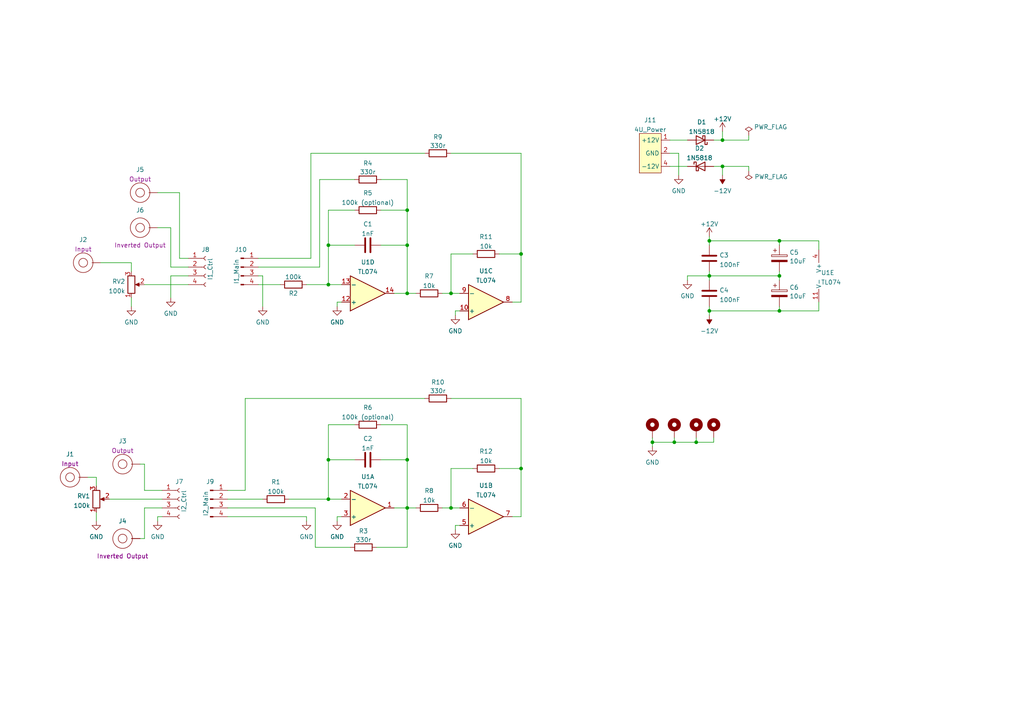
<source format=kicad_sch>
(kicad_sch (version 20211123) (generator eeschema)
  (paper "A4")
  (title_block (title "Simple Integrator") (date "2022-07-14") (rev "r02") (comment 2 "creativecommons.org/licenses/by/4.0/") (comment 3 "License: CC BY 4.0") (comment 4 "Author: Guy John"))
  (lib_symbols
    (symbol "4U_Hardware:4U_Power"
      (property "Reference" "J" (at 0 6.985 0))
      (property "Value" "4U_Power" (at 0 -6.985 0))
      (symbol "4U_Power_0_1"
        (rectangle (start -2.54 5.715) (end 3.81 -5.715) (stroke (width 0.1524)) (fill (type background)))
      )
      (symbol "4U_Power_1_1"
        (pin power_out line (at 6.35 3.81 180) (length 2.54) (name "+12V") (number "1"))
        (pin power_out line (at 6.35 0 180) (length 2.54) (name "GND") (number "2"))
        (pin passive line (at 6.35 0 180) (length 2.54) hide (name "GND") (number "3"))
        (pin power_out line (at 6.35 -3.81 180) (length 2.54) (name "-12V") (number "4"))
      )
    )
    (symbol "Amplifier_Operational:TL074" (pin_names (offset 0.127))
      (property "Reference" "U" (at 0 5.08 0))
      (property "Value" "TL074" (at 0 -5.08 0))
      (symbol "TL074_1_1"
        (polyline (pts (xy -5.08 5.08) (xy 5.08 0) (xy -5.08 -5.08) (xy -5.08 5.08)) (stroke (width 0.254)) (fill (type background)))
        (pin output line (at 7.62 0 180) (length 2.54) (name "~") (number "1"))
        (pin input line (at -7.62 -2.54 0) (length 2.54) (name "-") (number "2"))
        (pin input line (at -7.62 2.54 0) (length 2.54) (name "+") (number "3"))
      )
      (symbol "TL074_2_1"
        (polyline (pts (xy -5.08 5.08) (xy 5.08 0) (xy -5.08 -5.08) (xy -5.08 5.08)) (stroke (width 0.254)) (fill (type background)))
        (pin input line (at -7.62 2.54 0) (length 2.54) (name "+") (number "5"))
        (pin input line (at -7.62 -2.54 0) (length 2.54) (name "-") (number "6"))
        (pin output line (at 7.62 0 180) (length 2.54) (name "~") (number "7"))
      )
      (symbol "TL074_3_1"
        (polyline (pts (xy -5.08 5.08) (xy 5.08 0) (xy -5.08 -5.08) (xy -5.08 5.08)) (stroke (width 0.254)) (fill (type background)))
        (pin input line (at -7.62 2.54 0) (length 2.54) (name "+") (number "10"))
        (pin output line (at 7.62 0 180) (length 2.54) (name "~") (number "8"))
        (pin input line (at -7.62 -2.54 0) (length 2.54) (name "-") (number "9"))
      )
      (symbol "TL074_4_1"
        (polyline (pts (xy -5.08 5.08) (xy 5.08 0) (xy -5.08 -5.08) (xy -5.08 5.08)) (stroke (width 0.254)) (fill (type background)))
        (pin input line (at -7.62 2.54 0) (length 2.54) (name "+") (number "12"))
        (pin input line (at -7.62 -2.54 0) (length 2.54) (name "-") (number "13"))
        (pin output line (at 7.62 0 180) (length 2.54) (name "~") (number "14"))
      )
      (symbol "TL074_5_1"
        (pin power_in line (at -2.54 -7.62 90) (length 3.81) (name "V-") (number "11"))
        (pin power_in line (at -2.54 7.62 270) (length 3.81) (name "V+") (number "4"))
      )
    )
    (symbol "BananaJacks:Banana Socket PanelMount" (pin_numbers hide) (pin_names (offset 1.016) hide)
      (property "Reference" "J" (at 0 3.81 0))
      (symbol "Banana Socket PanelMount_0_1"
        (circle (center 0 0) (radius 1.27))
        (circle (center 0 0) (radius 2.8448))
      )
      (symbol "Banana Socket PanelMount_1_1"
        (pin bidirectional line (at 5.08 0 180) (length 2.54) (name "~") (number "1"))
      )
    )
    (symbol "Connector:Conn_01x04_Female" (pin_names (offset 1.016) hide)
      (property "Reference" "J" (at 0 5.08 0))
      (property "Value" "Conn_01x04_Female" (at 0 -7.62 0))
      (symbol "Conn_01x04_Female_1_1"
        (arc (start 0 -4.572) (mid -0.508 -5.08) (end 0 -5.588) (stroke (width 0.1524)))
        (arc (start 0 -2.032) (mid -0.508 -2.54) (end 0 -3.048) (stroke (width 0.1524)))
        (polyline (pts (xy -1.27 -5.08) (xy -0.508 -5.08)) (stroke (width 0.1524)))
        (polyline (pts (xy -1.27 -2.54) (xy -0.508 -2.54)) (stroke (width 0.1524)))
        (polyline (pts (xy -1.27 0) (xy -0.508 0)) (stroke (width 0.1524)))
        (polyline (pts (xy -1.27 2.54) (xy -0.508 2.54)) (stroke (width 0.1524)))
        (arc (start 0 0.508) (mid -0.508 0) (end 0 -0.508) (stroke (width 0.1524)))
        (arc (start 0 3.048) (mid -0.508 2.54) (end 0 2.032) (stroke (width 0.1524)))
        (pin passive line (at -5.08 2.54 0) (length 3.81) (name "Pin_1") (number "1"))
        (pin passive line (at -5.08 0 0) (length 3.81) (name "Pin_2") (number "2"))
        (pin passive line (at -5.08 -2.54 0) (length 3.81) (name "Pin_3") (number "3"))
        (pin passive line (at -5.08 -5.08 0) (length 3.81) (name "Pin_4") (number "4"))
      )
    )
    (symbol "Connector:Conn_01x04_Male" (pin_names (offset 1.016) hide)
      (property "Reference" "J" (at 0 5.08 0))
      (property "Value" "Conn_01x04_Male" (at 0 -7.62 0))
      (symbol "Conn_01x04_Male_1_1"
        (polyline (pts (xy 1.27 -5.08) (xy 0.8636 -5.08)) (stroke (width 0.1524)))
        (polyline (pts (xy 1.27 -2.54) (xy 0.8636 -2.54)) (stroke (width 0.1524)))
        (polyline (pts (xy 1.27 0) (xy 0.8636 0)) (stroke (width 0.1524)))
        (polyline (pts (xy 1.27 2.54) (xy 0.8636 2.54)) (stroke (width 0.1524)))
        (rectangle (start 0.8636 -4.953) (end 0 -5.207) (stroke (width 0.1524)) (fill (type outline)))
        (rectangle (start 0.8636 -2.413) (end 0 -2.667) (stroke (width 0.1524)) (fill (type outline)))
        (rectangle (start 0.8636 0.127) (end 0 -0.127) (stroke (width 0.1524)) (fill (type outline)))
        (rectangle (start 0.8636 2.667) (end 0 2.413) (stroke (width 0.1524)) (fill (type outline)))
        (pin passive line (at 5.08 2.54 180) (length 3.81) (name "Pin_1") (number "1"))
        (pin passive line (at 5.08 0 180) (length 3.81) (name "Pin_2") (number "2"))
        (pin passive line (at 5.08 -2.54 180) (length 3.81) (name "Pin_3") (number "3"))
        (pin passive line (at 5.08 -5.08 180) (length 3.81) (name "Pin_4") (number "4"))
      )
    )
    (symbol "Device:R_Potentiometer" (pin_names (offset 1.016) hide)
      (property "Reference" "RV" (at -4.445 0 90))
      (property "Value" "R_Potentiometer" (at -2.54 0 90))
      (symbol "R_Potentiometer_0_1"
        (polyline (pts (xy 2.54 0) (xy 1.524 0)))
        (polyline (pts (xy 1.143 0) (xy 2.286 0.508) (xy 2.286 -0.508) (xy 1.143 0)) (fill (type outline)))
        (rectangle (start 1.016 2.54) (end -1.016 -2.54) (stroke (width 0.254)))
      )
      (symbol "R_Potentiometer_1_1"
        (pin passive line (at 0 3.81 270) (length 1.27) (name "1") (number "1"))
        (pin passive line (at 3.81 0 180) (length 1.27) (name "2") (number "2"))
        (pin passive line (at 0 -3.81 90) (length 1.27) (name "3") (number "3"))
      )
    )
    (symbol "Diode:1N5818" (pin_numbers hide) (pin_names (offset 1.016) hide)
      (property "Reference" "D" (at 0 2.54 0))
      (property "Value" "1N5818" (at 0 -2.54 0))
      (symbol "1N5818_0_1"
        (polyline (pts (xy 1.27 0) (xy -1.27 0)))
        (polyline (pts (xy 1.27 1.27) (xy 1.27 -1.27) (xy -1.27 0) (xy 1.27 1.27)) (stroke (width 0.254)))
        (polyline (pts (xy -1.905 0.635) (xy -1.905 1.27) (xy -1.27 1.27) (xy -1.27 -1.27) (xy -0.635 -1.27) (xy -0.635 -0.635)) (stroke (width 0.254)))
      )
      (symbol "1N5818_1_1"
        (pin passive line (at -3.81 0 0) (length 2.54) (name "K") (number "1"))
        (pin passive line (at 3.81 0 180) (length 2.54) (name "A") (number "2"))
      )
    )
    (symbol "Mechanical:MountingHole_Pad" (pin_numbers hide) (pin_names (offset 1.016) hide)
      (property "Reference" "H" (at 0 6.35 0))
      (property "Value" "MountingHole_Pad" (at 0 4.445 0))
      (symbol "MountingHole_Pad_0_1"
        (circle (center 0 1.27) (radius 1.27) (stroke (width 1.27)))
      )
      (symbol "MountingHole_Pad_1_1"
        (pin input line (at 0 -2.54 90) (length 2.54) (name "1") (number "1"))
      )
    )
    (symbol "R_1" (pin_numbers hide) (pin_names (offset 0))
      (property "Reference" "R?" (at 0 0 90))
      (property "Value" "R_1" (at 0.635 1.905 90))
      (symbol "R_1_0_1"
        (rectangle (start 1.016 2.54) (end -1.016 -2.54) (stroke (width 0.254)))
      )
      (symbol "R_1_1_1"
        (pin passive line (at 0 -3.81 90) (length 1.27) (name "~") (number "1"))
        (pin passive line (at 0 3.81 270) (length 1.27) (name "~") (number "2"))
      )
    )
    (symbol "R_10" (pin_numbers hide) (pin_names (offset 0))
      (property "Reference" "R?" (at 0 0 90))
      (property "Value" "R_10" (at 0.635 1.905 90))
      (symbol "R_10_0_1"
        (rectangle (start 1.016 2.54) (end -1.016 -2.54) (stroke (width 0.254)))
      )
      (symbol "R_10_1_1"
        (pin passive line (at 0 -3.81 90) (length 1.27) (name "~") (number "1"))
        (pin passive line (at 0 3.81 270) (length 1.27) (name "~") (number "2"))
      )
    )
    (symbol "R_11" (pin_numbers hide) (pin_names (offset 0))
      (property "Reference" "R?" (at 0 0 90))
      (property "Value" "R_11" (at 0.635 1.905 90))
      (symbol "R_11_0_1"
        (rectangle (start 1.016 2.54) (end -1.016 -2.54) (stroke (width 0.254)))
      )
      (symbol "R_11_1_1"
        (pin passive line (at 0 -3.81 90) (length 1.27) (name "~") (number "1"))
        (pin passive line (at 0 3.81 270) (length 1.27) (name "~") (number "2"))
      )
    )
    (symbol "R_2" (pin_numbers hide) (pin_names (offset 0))
      (property "Reference" "R?" (at 0 0 90))
      (property "Value" "R_2" (at 0.635 1.905 90))
      (symbol "R_2_0_1"
        (rectangle (start 1.016 2.54) (end -1.016 -2.54) (stroke (width 0.254)))
      )
      (symbol "R_2_1_1"
        (pin passive line (at 0 -3.81 90) (length 1.27) (name "~") (number "1"))
        (pin passive line (at 0 3.81 270) (length 1.27) (name "~") (number "2"))
      )
    )
    (symbol "R_3" (pin_numbers hide) (pin_names (offset 0))
      (property "Reference" "R?" (at 0 0 90))
      (property "Value" "R_3" (at 0.635 1.905 90))
      (symbol "R_3_0_1"
        (rectangle (start 1.016 2.54) (end -1.016 -2.54) (stroke (width 0.254)))
      )
      (symbol "R_3_1_1"
        (pin passive line (at 0 -3.81 90) (length 1.27) (name "~") (number "1"))
        (pin passive line (at 0 3.81 270) (length 1.27) (name "~") (number "2"))
      )
    )
    (symbol "R_4" (pin_numbers hide) (pin_names (offset 0))
      (property "Reference" "R?" (at 0 0 90))
      (property "Value" "R_4" (at 0.635 1.905 90))
      (symbol "R_4_0_1"
        (rectangle (start 1.016 2.54) (end -1.016 -2.54) (stroke (width 0.254)))
      )
      (symbol "R_4_1_1"
        (pin passive line (at 0 -3.81 90) (length 1.27) (name "~") (number "1"))
        (pin passive line (at 0 3.81 270) (length 1.27) (name "~") (number "2"))
      )
    )
    (symbol "R_5" (pin_numbers hide) (pin_names (offset 0))
      (property "Reference" "R?" (at 0 0 90))
      (property "Value" "R_5" (at 0.635 1.905 90))
      (symbol "R_5_0_1"
        (rectangle (start 1.016 2.54) (end -1.016 -2.54) (stroke (width 0.254)))
      )
      (symbol "R_5_1_1"
        (pin passive line (at 0 -3.81 90) (length 1.27) (name "~") (number "1"))
        (pin passive line (at 0 3.81 270) (length 1.27) (name "~") (number "2"))
      )
    )
    (symbol "R_6" (pin_numbers hide) (pin_names (offset 0))
      (property "Reference" "R?" (at 0 0 90))
      (property "Value" "R_6" (at 0.635 1.905 90))
      (symbol "R_6_0_1"
        (rectangle (start 1.016 2.54) (end -1.016 -2.54) (stroke (width 0.254)))
      )
      (symbol "R_6_1_1"
        (pin passive line (at 0 -3.81 90) (length 1.27) (name "~") (number "1"))
        (pin passive line (at 0 3.81 270) (length 1.27) (name "~") (number "2"))
      )
    )
    (symbol "R_7" (pin_numbers hide) (pin_names (offset 0))
      (property "Reference" "R?" (at 0 0 90))
      (property "Value" "R_7" (at 0.635 1.905 90))
      (symbol "R_7_0_1"
        (rectangle (start 1.016 2.54) (end -1.016 -2.54) (stroke (width 0.254)))
      )
      (symbol "R_7_1_1"
        (pin passive line (at 0 -3.81 90) (length 1.27) (name "~") (number "1"))
        (pin passive line (at 0 3.81 270) (length 1.27) (name "~") (number "2"))
      )
    )
    (symbol "R_9" (pin_numbers hide) (pin_names (offset 0))
      (property "Reference" "R?" (at 0 0 90))
      (property "Value" "R_9" (at 0.635 1.905 90))
      (symbol "R_9_0_1"
        (rectangle (start 1.016 2.54) (end -1.016 -2.54) (stroke (width 0.254)))
      )
      (symbol "R_9_1_1"
        (pin passive line (at 0 -3.81 90) (length 1.27) (name "~") (number "1"))
        (pin passive line (at 0 3.81 270) (length 1.27) (name "~") (number "2"))
      )
    )
    (symbol "power:+12V" (power) (pin_names (offset 0))
      (property "Value" "+12V" (at 0 3.556 0))
      (symbol "+12V_0_1"
        (polyline (pts (xy -0.762 1.27) (xy 0 2.54)))
        (polyline (pts (xy 0 0) (xy 0 2.54)))
        (polyline (pts (xy 0 2.54) (xy 0.762 1.27)))
      )
      (symbol "+12V_1_1"
        (pin power_in line (at 0 0 90) (length 0) hide (name "+12V") (number "1"))
      )
    )
    (symbol "power:-12V" (power) (pin_names (offset 0))
      (property "Value" "-12V" (at 0 3.81 0))
      (symbol "-12V_0_0"
        (pin power_in line (at 0 0 90) (length 0) hide (name "-12V") (number "1"))
      )
      (symbol "-12V_0_1"
        (polyline (pts (xy 0 0) (xy 0 1.27) (xy 0.762 1.27) (xy 0 2.54) (xy -0.762 1.27) (xy 0 1.27)) (fill (type outline)))
      )
    )
    (symbol "power:GND" (power) (pin_names (offset 0))
      (property "Value" "GND" (at 0 -3.81 0))
      (symbol "GND_0_1"
        (polyline (pts (xy 0 0) (xy 0 -1.27) (xy 1.27 -1.27) (xy 0 -2.54) (xy -1.27 -1.27) (xy 0 -1.27)))
      )
      (symbol "GND_1_1"
        (pin power_in line (at 0 0 270) (length 0) hide (name "GND") (number "1"))
      )
    )
    (symbol "power:PWR_FLAG" (power) (pin_numbers hide) (pin_names (offset 0) hide)
      (property "Value" "PWR_FLAG" (at 0 3.81 0))
      (symbol "PWR_FLAG_0_0"
        (pin power_out line (at 0 0 90) (length 0) (name "pwr") (number "1"))
      )
      (symbol "PWR_FLAG_0_1"
        (polyline (pts (xy 0 0) (xy 0 1.27) (xy -1.016 1.905) (xy 0 2.54) (xy 1.016 1.905) (xy 0 1.27)))
      )
    )
    (symbol "rumblesan-standard-parts:C" (pin_numbers hide) (pin_names (offset 0.254))
      (property "Reference" "C12" (at -3.175 0 90))
      (property "Value" "C" (at 1.905 1.905 90))
      (symbol "C_0_1"
        (polyline (pts (xy -2.032 -0.762) (xy 2.032 -0.762)) (stroke (width 0.508)))
        (polyline (pts (xy -2.032 0.762) (xy 2.032 0.762)) (stroke (width 0.508)))
      )
      (symbol "C_1_1"
        (pin passive line (at 0 3.81 270) (length 2.794) (name "~") (number "1"))
        (pin passive line (at 0 -3.81 90) (length 2.794) (name "~") (number "2"))
      )
    )
    (symbol "rumblesan-standard-parts:C_Polarized" (pin_numbers hide) (pin_names (offset 0.254))
      (property "Reference" "C15" (at -0.889 6.1255 90))
      (property "Value" "C_Polarized" (at -0.889 3.3504 90))
      (symbol "C_Polarized_0_1"
        (rectangle (start -2.286 0.508) (end 2.286 1.016))
        (polyline (pts (xy -1.778 2.286) (xy -0.762 2.286)))
        (polyline (pts (xy -1.27 2.794) (xy -1.27 1.778)))
        (rectangle (start 2.286 -0.508) (end -2.286 -1.016) (fill (type outline)))
      )
      (symbol "C_Polarized_1_1"
        (pin passive line (at 0 3.81 270) (length 2.794) (name "~") (number "1"))
        (pin passive line (at 0 -3.81 90) (length 2.794) (name "~") (number "2"))
      )
    )
    (symbol "rumblesan-standard-parts:R" (pin_numbers hide) (pin_names (offset 0))
      (property "Reference" "R?" (at 0 0 90))
      (property "Value" "R" (at 0.635 1.905 90))
      (symbol "R_0_1"
        (rectangle (start 1.016 2.54) (end -1.016 -2.54) (stroke (width 0.254)))
      )
      (symbol "R_1_1"
        (pin passive line (at 0 -3.81 90) (length 1.27) (name "~") (number "1"))
        (pin passive line (at 0 3.81 270) (length 1.27) (name "~") (number "2"))
      )
    )
  )
  (junction (at 130.81 147.32))
  (junction (at 195.58 128.27))
  (junction (at 118.11 133.35))
  (junction (at 201.93 128.27))
  (junction (at 151.13 73.66))
  (junction (at 95.25 82.55))
  (junction (at 95.25 144.78))
  (junction (at 226.06 90.17))
  (junction (at 130.81 85.09))
  (junction (at 95.25 133.35))
  (junction (at 189.23 128.27))
  (junction (at 226.06 80.01))
  (junction (at 205.74 90.17))
  (junction (at 118.11 71.12))
  (junction (at 209.55 40.64))
  (junction (at 205.74 69.85))
  (junction (at 118.11 60.96))
  (junction (at 209.55 48.26))
  (junction (at 151.13 135.89))
  (junction (at 118.11 85.09))
  (junction (at 226.06 69.85))
  (junction (at 118.11 147.32))
  (junction (at 205.74 80.01))
  (junction (at 95.25 71.12))
  (wire (pts (xy 148.59 149.86) (xy 151.13 149.86)))
  (wire (pts (xy 88.9 149.86) (xy 88.9 151.13)))
  (wire (pts (xy 205.74 69.85) (xy 226.06 69.85)))
  (wire (pts (xy 207.01 127) (xy 207.01 128.27)))
  (wire (pts (xy 118.11 85.09) (xy 120.65 85.09)))
  (wire (pts (xy 151.13 135.89) (xy 144.78 135.89)))
  (wire (pts (xy 76.2 80.01) (xy 76.2 88.9)))
  (wire (pts (xy 66.04 144.78) (xy 76.2 144.78)))
  (wire (pts (xy 118.11 52.07) (xy 118.11 60.96)))
  (wire (pts (xy 118.11 60.96) (xy 118.11 71.12)))
  (wire (pts (xy 130.81 85.09) (xy 130.81 73.66)))
  (wire (pts (xy 45.72 149.86) (xy 45.72 151.13)))
  (wire (pts (xy 97.79 87.63) (xy 97.79 88.9)))
  (wire (pts (xy 226.06 69.85) (xy 237.49 69.85)))
  (wire (pts (xy 217.17 40.64) (xy 209.55 40.64)))
  (wire (pts (xy 130.81 135.89) (xy 137.16 135.89)))
  (wire (pts (xy 92.71 52.07) (xy 102.87 52.07)))
  (wire (pts (xy 29.21 76.2) (xy 38.1 76.2)))
  (wire (pts (xy 95.25 123.19) (xy 95.25 133.35)))
  (wire (pts (xy 97.79 149.86) (xy 97.79 151.13)))
  (wire (pts (xy 199.39 80.01) (xy 205.74 80.01)))
  (wire (pts (xy 199.39 81.28) (xy 199.39 80.01)))
  (wire (pts (xy 130.81 73.66) (xy 137.16 73.66)))
  (wire (pts (xy 90.17 44.45) (xy 90.17 74.93)))
  (wire (pts (xy 83.82 144.78) (xy 95.25 144.78)))
  (wire (pts (xy 52.07 55.88) (xy 45.72 55.88)))
  (wire (pts (xy 151.13 73.66) (xy 144.78 73.66)))
  (wire (pts (xy 114.3 147.32) (xy 118.11 147.32)))
  (wire (pts (xy 128.27 147.32) (xy 130.81 147.32)))
  (wire (pts (xy 118.11 147.32) (xy 118.11 133.35)))
  (wire (pts (xy 128.27 85.09) (xy 130.81 85.09)))
  (wire (pts (xy 27.94 138.43) (xy 27.94 140.97)))
  (wire (pts (xy 196.85 44.45) (xy 196.85 50.8)))
  (wire (pts (xy 151.13 44.45) (xy 151.13 73.66)))
  (wire (pts (xy 95.25 133.35) (xy 95.25 144.78)))
  (wire (pts (xy 95.25 60.96) (xy 95.25 71.12)))
  (wire (pts (xy 27.94 148.59) (xy 27.94 151.13)))
  (wire (pts (xy 205.74 90.17) (xy 226.06 90.17)))
  (wire (pts (xy 99.06 87.63) (xy 97.79 87.63)))
  (wire (pts (xy 54.61 74.93) (xy 52.07 74.93)))
  (wire (pts (xy 52.07 74.93) (xy 52.07 55.88)))
  (wire (pts (xy 130.81 44.45) (xy 151.13 44.45)))
  (wire (pts (xy 226.06 71.12) (xy 226.06 69.85)))
  (wire (pts (xy 45.72 66.04) (xy 49.53 66.04)))
  (wire (pts (xy 217.17 48.26) (xy 209.55 48.26)))
  (wire (pts (xy 205.74 78.74) (xy 205.74 80.01)))
  (wire (pts (xy 74.93 82.55) (xy 81.28 82.55)))
  (wire (pts (xy 71.12 115.57) (xy 123.19 115.57)))
  (wire (pts (xy 118.11 133.35) (xy 110.49 133.35)))
  (wire (pts (xy 226.06 80.01) (xy 226.06 81.28)))
  (wire (pts (xy 102.87 123.19) (xy 95.25 123.19)))
  (wire (pts (xy 31.75 144.78) (xy 46.99 144.78)))
  (wire (pts (xy 237.49 90.17) (xy 237.49 87.63)))
  (wire (pts (xy 209.55 48.26) (xy 209.55 50.8)))
  (wire (pts (xy 46.99 142.24) (xy 41.91 142.24)))
  (wire (pts (xy 92.71 77.47) (xy 92.71 52.07)))
  (wire (pts (xy 66.04 142.24) (xy 71.12 142.24)))
  (wire (pts (xy 205.74 91.44) (xy 205.74 90.17)))
  (wire (pts (xy 130.81 147.32) (xy 133.35 147.32)))
  (wire (pts (xy 66.04 149.86) (xy 88.9 149.86)))
  (wire (pts (xy 109.22 158.75) (xy 118.11 158.75)))
  (wire (pts (xy 49.53 66.04) (xy 49.53 77.47)))
  (wire (pts (xy 118.11 85.09) (xy 118.11 71.12)))
  (wire (pts (xy 205.74 69.85) (xy 205.74 71.12)))
  (wire (pts (xy 91.44 147.32) (xy 91.44 158.75)))
  (wire (pts (xy 49.53 77.47) (xy 54.61 77.47)))
  (wire (pts (xy 41.91 142.24) (xy 41.91 134.62)))
  (wire (pts (xy 66.04 147.32) (xy 91.44 147.32)))
  (wire (pts (xy 207.01 48.26) (xy 209.55 48.26)))
  (wire (pts (xy 209.55 40.64) (xy 209.55 38.1)))
  (wire (pts (xy 95.25 71.12) (xy 95.25 82.55)))
  (wire (pts (xy 207.01 40.64) (xy 209.55 40.64)))
  (wire (pts (xy 130.81 115.57) (xy 151.13 115.57)))
  (wire (pts (xy 123.19 44.45) (xy 90.17 44.45)))
  (wire (pts (xy 95.25 144.78) (xy 99.06 144.78)))
  (wire (pts (xy 226.06 90.17) (xy 226.06 88.9)))
  (wire (pts (xy 114.3 85.09) (xy 118.11 85.09)))
  (wire (pts (xy 189.23 127) (xy 189.23 128.27)))
  (wire (pts (xy 49.53 80.01) (xy 49.53 86.36)))
  (wire (pts (xy 151.13 87.63) (xy 151.13 73.66)))
  (wire (pts (xy 118.11 147.32) (xy 120.65 147.32)))
  (wire (pts (xy 194.31 40.64) (xy 199.39 40.64)))
  (wire (pts (xy 207.01 128.27) (xy 201.93 128.27)))
  (wire (pts (xy 133.35 152.4) (xy 132.08 152.4)))
  (wire (pts (xy 38.1 86.36) (xy 38.1 88.9)))
  (wire (pts (xy 41.91 156.21) (xy 40.64 156.21)))
  (wire (pts (xy 237.49 69.85) (xy 237.49 72.39)))
  (wire (pts (xy 46.99 147.32) (xy 41.91 147.32)))
  (wire (pts (xy 130.81 85.09) (xy 133.35 85.09)))
  (wire (pts (xy 118.11 158.75) (xy 118.11 147.32)))
  (wire (pts (xy 217.17 49.53) (xy 217.17 48.26)))
  (wire (pts (xy 148.59 87.63) (xy 151.13 87.63)))
  (wire (pts (xy 194.31 44.45) (xy 196.85 44.45)))
  (wire (pts (xy 118.11 123.19) (xy 118.11 133.35)))
  (wire (pts (xy 189.23 128.27) (xy 189.23 129.54)))
  (wire (pts (xy 151.13 115.57) (xy 151.13 135.89)))
  (wire (pts (xy 132.08 152.4) (xy 132.08 153.67)))
  (wire (pts (xy 130.81 147.32) (xy 130.81 135.89)))
  (wire (pts (xy 25.4 138.43) (xy 27.94 138.43)))
  (wire (pts (xy 195.58 128.27) (xy 189.23 128.27)))
  (wire (pts (xy 195.58 127) (xy 195.58 128.27)))
  (wire (pts (xy 132.08 90.17) (xy 132.08 91.44)))
  (wire (pts (xy 194.31 48.26) (xy 199.39 48.26)))
  (wire (pts (xy 110.49 52.07) (xy 118.11 52.07)))
  (wire (pts (xy 205.74 68.58) (xy 205.74 69.85)))
  (wire (pts (xy 38.1 76.2) (xy 38.1 78.74)))
  (wire (pts (xy 74.93 74.93) (xy 90.17 74.93)))
  (wire (pts (xy 74.93 80.01) (xy 76.2 80.01)))
  (wire (pts (xy 110.49 123.19) (xy 118.11 123.19)))
  (wire (pts (xy 226.06 78.74) (xy 226.06 80.01)))
  (wire (pts (xy 110.49 60.96) (xy 118.11 60.96)))
  (wire (pts (xy 226.06 90.17) (xy 237.49 90.17)))
  (wire (pts (xy 205.74 80.01) (xy 205.74 81.28)))
  (wire (pts (xy 95.25 82.55) (xy 99.06 82.55)))
  (wire (pts (xy 74.93 77.47) (xy 92.71 77.47)))
  (wire (pts (xy 205.74 90.17) (xy 205.74 88.9)))
  (wire (pts (xy 41.91 134.62) (xy 40.64 134.62)))
  (wire (pts (xy 91.44 158.75) (xy 101.6 158.75)))
  (wire (pts (xy 46.99 149.86) (xy 45.72 149.86)))
  (wire (pts (xy 217.17 39.37) (xy 217.17 40.64)))
  (wire (pts (xy 118.11 71.12) (xy 110.49 71.12)))
  (wire (pts (xy 133.35 90.17) (xy 132.08 90.17)))
  (wire (pts (xy 201.93 127) (xy 201.93 128.27)))
  (wire (pts (xy 41.91 147.32) (xy 41.91 156.21)))
  (wire (pts (xy 71.12 142.24) (xy 71.12 115.57)))
  (wire (pts (xy 205.74 80.01) (xy 226.06 80.01)))
  (wire (pts (xy 95.25 71.12) (xy 102.87 71.12)))
  (wire (pts (xy 88.9 82.55) (xy 95.25 82.55)))
  (wire (pts (xy 54.61 80.01) (xy 49.53 80.01)))
  (wire (pts (xy 41.91 82.55) (xy 54.61 82.55)))
  (wire (pts (xy 99.06 149.86) (xy 97.79 149.86)))
  (wire (pts (xy 151.13 149.86) (xy 151.13 135.89)))
  (wire (pts (xy 95.25 133.35) (xy 102.87 133.35)))
  (wire (pts (xy 102.87 60.96) (xy 95.25 60.96)))
  (wire (pts (xy 201.93 128.27) (xy 195.58 128.27)))
  (symbol (lib_id "power:PWR_FLAG") (at 217.17 49.53 180) (unit 1)
    (property "Reference" "#FLG02" (effects hide))
    (property "Value" "PWR_FLAG" (at 218.821 51.279 0) (effects (justify right)))
  )
  (symbol (lib_id "4U_Hardware:4U_Power") (at 187.96 44.45 0) (unit 1)
    (property "Reference" "J11" (at 188.595 34.8193 0))
    (property "Value" "4U_Power" (at 188.595 37.5944 0))
    (property "Footprint" "4u-power:4u_Power_Molex_KK-254_P2.54mm" (effects hide))
  )
  (symbol (lib_id "power:GND") (at 45.72 151.13 0) (unit 1)
    (property "Reference" "#PWR03" (effects hide))
    (property "Value" "GND" (at 45.72 155.6925 0))
  )
  (symbol (lib_id "power:+12V") (at 209.55 38.1 0) (unit 1)
    (property "Reference" "#PWR016" (effects hide))
    (property "Value" "+12V" (at 209.55 34.4955 0))
  )
  (symbol (lib_id "Connector:Conn_01x04_Female") (at 59.69 77.47 0) (unit 1)
    (property "Reference" "J8" (at 58.42 72.39 0) (effects (justify left)))
    (property "Value" "I1_Ctrl" (at 60.96 81.28 90) (effects (justify left)))
    (property "Footprint" "Connector_PinSocket_2.54mm:PinSocket_1x04_P2.54mm_Vertical" (effects hide))
  )
  (symbol (lib_id "power:GND") (at 27.94 151.13 0) (unit 1)
    (property "Reference" "#PWR01" (effects hide))
    (property "Value" "GND" (at 27.94 155.6925 0))
  )
  (symbol (lib_id "Amplifier_Operational:TL074") (at 140.97 87.63 0) (mirror x) (unit 3)
    (property "Reference" "U1" (at 140.97 78.5835 0))
    (property "Value" "TL074" (at 140.97 81.3586 0))
    (property "Footprint" "rumblesan-standard-parts:DIP-14_W7.62mm_Socket" (effects hide))
    (property "Datasheet" "http://www.ti.com/lit/ds/symlink/tl071.pdf" (effects hide))
  )
  (symbol (lib_id "power:GND") (at 189.23 129.54 0) (unit 1)
    (property "Reference" "#PWR011" (effects hide))
    (property "Value" "GND" (at 189.23 134.1025 0))
  )
  (symbol (lib_id "BananaJacks:Banana Socket PanelMount") (at 40.64 66.04 0) (unit 1)
    (property "Reference" "J6" (at 40.64 60.96 0))
    (property "Value" "BananaJack_PanelMount" (effects hide))
    (property "Footprint" "rumblesan-standard-parts:BananaJack_THT_JohnsonCinch_108-09" (effects hide))
    (property "Vendor" "Mouser" (effects hide))
    (property "SKU" "108-0901-1" (effects hide))
    (property "Note" "Inverted Output" (at 40.64 71.12 0))
  )
  (symbol (lib_id "Diode:1N5818") (at 203.2 48.26 0) (unit 1)
    (property "Reference" "D2" (at 202.8825 43.0235 0))
    (property "Value" "1N5818" (at 202.8825 45.7986 0))
    (property "Footprint" "rumblesan-standard-parts:D_DO-41_SOD81_P10.16mm_Horizontal" (effects hide))
    (property "Datasheet" "http://www.vishay.com/docs/88525/1n5817.pdf" (effects hide))
  )
  (symbol (lib_name "R_11") (lib_id "rumblesan-standard-parts:R") (at 127 44.45 90) (unit 1)
    (property "Reference" "R9" (at 127 39.7342 90))
    (property "Value" "330r" (at 127 42.2711 90))
    (property "Footprint" "rumblesan-standard-parts:R_Axial_DIN0207_L6.3mm_D2.5mm_P10.16mm_Horizontal" (effects hide))
    (property "Tolerance" "1%" (effects hide))
    (property "Power" "0.5W" (effects hide))
    (property "Spec" "metal film" (effects hide))
  )
  (symbol (lib_id "BananaJacks:Banana Socket PanelMount") (at 35.56 156.21 0) (unit 1)
    (property "Reference" "J4" (at 35.56 151.13 0))
    (property "Value" "BananaJack_PanelMount" (effects hide))
    (property "Footprint" "rumblesan-standard-parts:BananaJack_THT_JohnsonCinch_108-09" (effects hide))
    (property "Vendor" "Mouser" (effects hide))
    (property "SKU" "108-0901-1" (effects hide))
    (property "Note" "Inverted Output" (at 35.56 161.29 0))
  )
  (symbol (lib_id "BananaJacks:Banana Socket PanelMount") (at 40.64 55.88 0) (unit 1)
    (property "Reference" "J5" (at 40.64 49.1957 0))
    (property "Value" "BananaJack_PanelMount" (effects hide))
    (property "Footprint" "rumblesan-standard-parts:BananaJack_THT_JohnsonCinch_108-09" (effects hide))
    (property "Vendor" "Mouser" (effects hide))
    (property "SKU" "108-0901-1" (effects hide))
    (property "Note" "Output" (at 40.64 51.9708 0))
  )
  (symbol (lib_name "R_3") (lib_id "rumblesan-standard-parts:R") (at 124.46 147.32 90) (unit 1)
    (property "Reference" "R8" (at 124.46 142.3375 90))
    (property "Value" "10k" (at 124.46 145.1126 90))
    (property "Footprint" "rumblesan-standard-parts:R_Axial_DIN0207_L6.3mm_D2.5mm_P10.16mm_Horizontal" (effects hide))
    (property "Tolerance" "1%" (effects hide))
    (property "Power" "0.5W" (effects hide))
    (property "Spec" "metal film" (effects hide))
  )
  (symbol (lib_id "BananaJacks:Banana Socket PanelMount") (at 20.32 138.43 0) (unit 1)
    (property "Reference" "J1" (at 20.32 131.7457 0))
    (property "Value" "BananaJack_PanelMount" (effects hide))
    (property "Footprint" "rumblesan-standard-parts:BananaJack_THT_JohnsonCinch_108-09" (effects hide))
    (property "Vendor" "Mouser" (effects hide))
    (property "SKU" "108-0901-1" (effects hide))
    (property "Note" "Input" (at 20.32 134.5208 0))
  )
  (symbol (lib_name "R_10") (lib_id "rumblesan-standard-parts:R") (at 106.68 52.07 90) (unit 1)
    (property "Reference" "R4" (at 106.68 47.3542 90))
    (property "Value" "330r" (at 106.68 49.8911 90))
    (property "Footprint" "rumblesan-standard-parts:R_Axial_DIN0207_L6.3mm_D2.5mm_P10.16mm_Horizontal" (effects hide))
    (property "Tolerance" "1%" (effects hide))
    (property "Power" "0.5W" (effects hide))
    (property "Spec" "metal film" (effects hide))
  )
  (symbol (lib_name "R_6") (lib_id "rumblesan-standard-parts:R") (at 106.68 60.96 90) (unit 1)
    (property "Reference" "R5" (at 106.68 55.9775 90))
    (property "Value" "100k (optional)" (at 106.68 58.7526 90))
    (property "Footprint" "rumblesan-standard-parts:R_Axial_DIN0207_L6.3mm_D2.5mm_P10.16mm_Horizontal" (effects hide))
    (property "Tolerance" "1%" (effects hide))
    (property "Power" "0.5W" (effects hide))
    (property "Spec" "metal film" (effects hide))
  )
  (symbol (lib_id "Connector:Conn_01x04_Male") (at 60.96 144.78 0) (unit 1)
    (property "Reference" "J9" (at 60.96 139.7 0))
    (property "Value" "I2_Main" (at 59.69 146.05 90))
    (property "Footprint" "Connector_PinHeader_2.54mm:PinHeader_1x04_P2.54mm_Vertical" (effects hide))
  )
  (symbol (lib_id "power:GND") (at 199.39 81.28 0) (unit 1)
    (property "Reference" "#PWR013" (effects hide))
    (property "Value" "GND" (at 199.39 85.8425 0))
  )
  (symbol (lib_id "power:GND") (at 49.53 86.36 0) (unit 1)
    (property "Reference" "#PWR04" (effects hide))
    (property "Value" "GND" (at 49.53 90.9225 0))
  )
  (symbol (lib_id "power:GND") (at 196.85 50.8 0) (unit 1)
    (property "Reference" "#PWR012" (effects hide))
    (property "Value" "GND" (at 196.85 55.3625 0))
  )
  (symbol (lib_id "rumblesan-standard-parts:C") (at 205.74 85.09 0) (unit 1)
    (property "Reference" "C4" (at 208.661 84.1815 0) (effects (justify left)))
    (property "Value" "100nF" (at 208.661 86.9566 0) (effects (justify left)))
    (property "Footprint" "rumblesan-standard-parts:C_Rect_L7.0mm_W3.5mm_P5.00mm" (effects hide))
    (property "Spec" "ceramic X7R" (effects hide))
    (property "Tolerance" "5%" (effects hide))
  )
  (symbol (lib_id "Diode:1N5818") (at 203.2 40.64 180) (unit 1)
    (property "Reference" "D1" (at 203.5175 35.4035 0))
    (property "Value" "1N5818" (at 203.5175 38.1786 0))
    (property "Footprint" "rumblesan-standard-parts:D_DO-41_SOD81_P10.16mm_Horizontal" (effects hide))
    (property "Datasheet" "http://www.vishay.com/docs/88525/1n5817.pdf" (effects hide))
  )
  (symbol (lib_id "rumblesan-standard-parts:R") (at 127 115.57 90) (unit 1)
    (property "Reference" "R10" (at 127 110.8542 90))
    (property "Value" "330r" (at 127 113.3911 90))
    (property "Footprint" "rumblesan-standard-parts:R_Axial_DIN0207_L6.3mm_D2.5mm_P10.16mm_Horizontal" (effects hide))
    (property "Tolerance" "1%" (effects hide))
    (property "Power" "0.5W" (effects hide))
    (property "Spec" "metal film" (effects hide))
  )
  (symbol (lib_id "Device:R_Potentiometer") (at 27.94 144.78 0) (mirror x) (unit 1)
    (property "Reference" "RV1" (at 26.1621 143.8715 0) (effects (justify right)))
    (property "Value" "100k" (at 26.1621 146.6466 0) (effects (justify right)))
    (property "Footprint" "rumblesan-standard-parts:Potentiometer_Alpha_RD901F-40-00D_Single_Vertical" (effects hide))
  )
  (symbol (lib_id "power:-12V") (at 205.74 91.44 180) (unit 1)
    (property "Reference" "#PWR015" (effects hide))
    (property "Value" "-12V" (at 205.74 96.0025 0))
  )
  (symbol (lib_id "power:GND") (at 38.1 88.9 0) (unit 1)
    (property "Reference" "#PWR02" (effects hide))
    (property "Value" "GND" (at 38.1 93.4625 0))
  )
  (symbol (lib_name "R_2") (lib_id "rumblesan-standard-parts:R") (at 106.68 123.19 90) (unit 1)
    (property "Reference" "R6" (at 106.68 118.2075 90))
    (property "Value" "100k (optional)" (at 106.68 120.9826 90))
    (property "Footprint" "rumblesan-standard-parts:R_Axial_DIN0207_L6.3mm_D2.5mm_P10.16mm_Horizontal" (effects hide))
    (property "Tolerance" "1%" (effects hide))
    (property "Power" "0.5W" (effects hide))
    (property "Spec" "metal film" (effects hide))
  )
  (symbol (lib_id "power:GND") (at 88.9 151.13 0) (unit 1)
    (property "Reference" "#PWR06" (effects hide))
    (property "Value" "GND" (at 88.9 155.6925 0))
  )
  (symbol (lib_id "power:GND") (at 132.08 91.44 0) (unit 1)
    (property "Reference" "#PWR09" (effects hide))
    (property "Value" "GND" (at 132.08 96.0025 0))
  )
  (symbol (lib_id "Connector:Conn_01x04_Female") (at 52.07 144.78 0) (unit 1)
    (property "Reference" "J7" (at 50.8 139.7 0) (effects (justify left)))
    (property "Value" "I2_Ctrl" (at 53.34 148.59 90) (effects (justify left)))
    (property "Footprint" "Connector_PinSocket_2.54mm:PinSocket_1x04_P2.54mm_Vertical" (effects hide))
  )
  (symbol (lib_name "R_7") (lib_id "rumblesan-standard-parts:R") (at 140.97 73.66 90) (unit 1)
    (property "Reference" "R11" (at 140.97 68.6775 90))
    (property "Value" "10k" (at 140.97 71.4526 90))
    (property "Footprint" "rumblesan-standard-parts:R_Axial_DIN0207_L6.3mm_D2.5mm_P10.16mm_Horizontal" (effects hide))
    (property "Tolerance" "1%" (effects hide))
    (property "Power" "0.5W" (effects hide))
    (property "Spec" "metal film" (effects hide))
  )
  (symbol (lib_id "Mechanical:MountingHole_Pad") (at 201.93 124.46 0) (unit 1) (in_bom no)
    (property "Reference" "H3" (effects hide))
    (property "Value" "MountingHole_Pad" (effects hide))
    (property "Footprint" "MountingHole:MountingHole_3.2mm_M3_Pad" (effects hide))
  )
  (symbol (lib_name "R_1") (lib_id "rumblesan-standard-parts:R") (at 80.01 144.78 90) (unit 1)
    (property "Reference" "R1" (at 80.01 139.7975 90))
    (property "Value" "100k" (at 80.01 142.5726 90))
    (property "Footprint" "rumblesan-standard-parts:R_Axial_DIN0207_L6.3mm_D2.5mm_P10.16mm_Horizontal" (effects hide))
    (property "Tolerance" "1%" (effects hide))
    (property "Power" "0.5W" (effects hide))
    (property "Spec" "metal film" (effects hide))
  )
  (symbol (lib_id "power:GND") (at 132.08 153.67 0) (unit 1)
    (property "Reference" "#PWR010" (effects hide))
    (property "Value" "GND" (at 132.08 158.2325 0))
  )
  (symbol (lib_id "power:-12V") (at 209.55 50.8 180) (unit 1)
    (property "Reference" "#PWR017" (effects hide))
    (property "Value" "-12V" (at 209.55 55.3625 0))
  )
  (symbol (lib_id "rumblesan-standard-parts:R") (at 140.97 135.89 90) (unit 1)
    (property "Reference" "R12" (at 140.97 130.9075 90))
    (property "Value" "10k" (at 140.97 133.6826 90))
    (property "Footprint" "rumblesan-standard-parts:R_Axial_DIN0207_L6.3mm_D2.5mm_P10.16mm_Horizontal" (effects hide))
    (property "Tolerance" "1%" (effects hide))
    (property "Power" "0.5W" (effects hide))
    (property "Spec" "metal film" (effects hide))
  )
  (symbol (lib_id "power:GND") (at 97.79 88.9 0) (unit 1)
    (property "Reference" "#PWR07" (effects hide))
    (property "Value" "GND" (at 97.79 93.4625 0))
  )
  (symbol (lib_id "Mechanical:MountingHole_Pad") (at 207.01 124.46 0) (unit 1) (in_bom no)
    (property "Reference" "H4" (effects hide))
    (property "Value" "MountingHole_Pad" (effects hide))
    (property "Footprint" "MountingHole:MountingHole_3.2mm_M3_Pad" (effects hide))
  )
  (symbol (lib_id "power:GND") (at 76.2 88.9 0) (unit 1)
    (property "Reference" "#PWR05" (effects hide))
    (property "Value" "GND" (at 76.2 93.4625 0))
  )
  (symbol (lib_id "Mechanical:MountingHole_Pad") (at 189.23 124.46 0) (unit 1) (in_bom no)
    (property "Reference" "H1" (effects hide))
    (property "Value" "MountingHole_Pad" (effects hide))
    (property "Footprint" "MountingHole:MountingHole_3.2mm_M3_Pad" (effects hide))
  )
  (symbol (lib_id "rumblesan-standard-parts:C") (at 106.68 71.12 90) (unit 1)
    (property "Reference" "C1" (at 106.68 64.9945 90))
    (property "Value" "1nF" (at 106.68 67.7696 90))
    (property "Footprint" "rumblesan-standard-parts:C_Rect_L7.0mm_W3.5mm_P5.00mm" (effects hide))
    (property "Spec" "film" (effects hide))
    (property "Tolerance" "5%" (effects hide))
  )
  (symbol (lib_id "BananaJacks:Banana Socket PanelMount") (at 24.13 76.2 0) (unit 1)
    (property "Reference" "J2" (at 24.13 69.5157 0))
    (property "Value" "BananaJack_PanelMount" (effects hide))
    (property "Footprint" "rumblesan-standard-parts:BananaJack_THT_JohnsonCinch_108-09" (effects hide))
    (property "Vendor" "Mouser" (effects hide))
    (property "SKU" "108-0901-1" (effects hide))
    (property "Note" "Input" (at 24.13 72.2908 0))
  )
  (symbol (lib_id "Connector:Conn_01x04_Male") (at 69.85 77.47 0) (unit 1)
    (property "Reference" "J10" (at 69.85 72.39 0))
    (property "Value" "I1_Main" (at 68.58 78.74 90))
    (property "Footprint" "Connector_PinHeader_2.54mm:PinHeader_1x04_P2.54mm_Vertical" (effects hide))
  )
  (symbol (lib_id "rumblesan-standard-parts:C_Polarized") (at 226.06 85.09 0) (unit 1)
    (property "Reference" "C6" (at 228.981 83.3663 0) (effects (justify left)))
    (property "Value" "10uF" (at 228.981 85.9032 0) (effects (justify left)))
    (property "Footprint" "rumblesan-standard-parts:CP_Radial_D5.0mm_P2.00mm" (effects hide))
    (property "Spec" "electrolytic" (effects hide))
    (property "Tolerance" "20%" (effects hide))
    (property "Voltage" "50v" (effects hide))
  )
  (symbol (lib_id "Amplifier_Operational:TL074") (at 240.03 80.01 0) (unit 5)
    (property "Reference" "U1" (at 238.125 79.1015 0) (effects (justify left)))
    (property "Value" "TL074" (at 238.125 81.8766 0) (effects (justify left)))
    (property "Footprint" "rumblesan-standard-parts:DIP-14_W7.62mm_Socket" (effects hide))
    (property "Datasheet" "http://www.ti.com/lit/ds/symlink/tl071.pdf" (effects hide))
  )
  (symbol (lib_id "power:GND") (at 97.79 151.13 0) (unit 1)
    (property "Reference" "#PWR08" (effects hide))
    (property "Value" "GND" (at 97.79 155.6925 0))
  )
  (symbol (lib_id "BananaJacks:Banana Socket PanelMount") (at 35.56 134.62 0) (unit 1)
    (property "Reference" "J3" (at 35.56 127.9357 0))
    (property "Value" "BananaJack_PanelMount" (effects hide))
    (property "Footprint" "rumblesan-standard-parts:BananaJack_THT_JohnsonCinch_108-09" (effects hide))
    (property "Vendor" "Mouser" (effects hide))
    (property "SKU" "108-0901-1" (effects hide))
    (property "Note" "Output" (at 35.56 130.7108 0))
  )
  (symbol (lib_id "Amplifier_Operational:TL074") (at 106.68 147.32 0) (mirror x) (unit 1)
    (property "Reference" "U1" (at 106.68 138.2735 0))
    (property "Value" "TL074" (at 106.68 141.0486 0))
    (property "Footprint" "rumblesan-standard-parts:DIP-14_W7.62mm_Socket" (effects hide))
    (property "Datasheet" "http://www.ti.com/lit/ds/symlink/tl071.pdf" (effects hide))
  )
  (symbol (lib_name "R_5") (lib_id "rumblesan-standard-parts:R") (at 124.46 85.09 90) (unit 1)
    (property "Reference" "R7" (at 124.46 80.1075 90))
    (property "Value" "10k" (at 124.46 82.8826 90))
    (property "Footprint" "rumblesan-standard-parts:R_Axial_DIN0207_L6.3mm_D2.5mm_P10.16mm_Horizontal" (effects hide))
    (property "Tolerance" "1%" (effects hide))
    (property "Power" "0.5W" (effects hide))
    (property "Spec" "metal film" (effects hide))
  )
  (symbol (lib_id "Amplifier_Operational:TL074") (at 106.68 85.09 0) (mirror x) (unit 4)
    (property "Reference" "U1" (at 106.68 76.0435 0))
    (property "Value" "TL074" (at 106.68 78.8186 0))
    (property "Footprint" "rumblesan-standard-parts:DIP-14_W7.62mm_Socket" (effects hide))
    (property "Datasheet" "http://www.ti.com/lit/ds/symlink/tl071.pdf" (effects hide))
  )
  (symbol (lib_id "Device:R_Potentiometer") (at 38.1 82.55 0) (mirror x) (unit 1)
    (property "Reference" "RV2" (at 36.3221 81.6415 0) (effects (justify right)))
    (property "Value" "100k" (at 36.3221 84.4166 0) (effects (justify right)))
    (property "Footprint" "rumblesan-standard-parts:Potentiometer_Alpha_RD901F-40-00D_Single_Vertical" (effects hide))
  )
  (symbol (lib_name "R_9") (lib_id "rumblesan-standard-parts:R") (at 105.41 158.75 90) (unit 1)
    (property "Reference" "R3" (at 105.41 154.0342 90))
    (property "Value" "330r" (at 105.41 156.5711 90))
    (property "Footprint" "rumblesan-standard-parts:R_Axial_DIN0207_L6.3mm_D2.5mm_P10.16mm_Horizontal" (effects hide))
    (property "Tolerance" "1%" (effects hide))
    (property "Power" "0.5W" (effects hide))
    (property "Spec" "metal film" (effects hide))
  )
  (symbol (lib_id "power:PWR_FLAG") (at 217.17 39.37 0) (unit 1)
    (property "Reference" "#FLG01" (effects hide))
    (property "Value" "PWR_FLAG" (at 223.52 36.83 0))
  )
  (symbol (lib_id "Amplifier_Operational:TL074") (at 140.97 149.86 0) (mirror x) (unit 2)
    (property "Reference" "U1" (at 140.97 140.8135 0))
    (property "Value" "TL074" (at 140.97 143.5886 0))
    (property "Footprint" "rumblesan-standard-parts:DIP-14_W7.62mm_Socket" (effects hide))
    (property "Datasheet" "http://www.ti.com/lit/ds/symlink/tl071.pdf" (effects hide))
  )
  (symbol (lib_id "Mechanical:MountingHole_Pad") (at 195.58 124.46 0) (unit 1) (in_bom no)
    (property "Reference" "H2" (effects hide))
    (property "Value" "MountingHole_Pad" (effects hide))
    (property "Footprint" "MountingHole:MountingHole_3.2mm_M3_Pad" (effects hide))
  )
  (symbol (lib_id "rumblesan-standard-parts:C") (at 106.68 133.35 90) (unit 1)
    (property "Reference" "C2" (at 106.68 127.2245 90))
    (property "Value" "1nF" (at 106.68 129.9996 90))
    (property "Footprint" "rumblesan-standard-parts:C_Rect_L7.0mm_W3.5mm_P5.00mm" (effects hide))
    (property "Spec" "film" (effects hide))
    (property "Tolerance" "5%" (effects hide))
  )
  (symbol (lib_id "rumblesan-standard-parts:C") (at 205.74 74.93 0) (unit 1)
    (property "Reference" "C3" (at 208.661 74.0215 0) (effects (justify left)))
    (property "Value" "100nF" (at 208.661 76.7966 0) (effects (justify left)))
    (property "Footprint" "rumblesan-standard-parts:C_Rect_L7.0mm_W3.5mm_P5.00mm" (effects hide))
    (property "Spec" "ceramic X7R" (effects hide))
    (property "Tolerance" "5%" (effects hide))
  )
  (symbol (lib_id "rumblesan-standard-parts:C_Polarized") (at 226.06 74.93 0) (unit 1)
    (property "Reference" "C5" (at 228.981 73.2063 0) (effects (justify left)))
    (property "Value" "10uF" (at 228.981 75.7432 0) (effects (justify left)))
    (property "Footprint" "rumblesan-standard-parts:CP_Radial_D5.0mm_P2.00mm" (effects hide))
    (property "Spec" "electrolytic" (effects hide))
    (property "Tolerance" "20%" (effects hide))
    (property "Voltage" "50v" (effects hide))
  )
  (symbol (lib_name "R_4") (lib_id "rumblesan-standard-parts:R") (at 85.09 82.55 90) (unit 1)
    (property "Reference" "R2" (at 85.09 85.09 90))
    (property "Value" "100k" (at 85.09 80.3426 90))
    (property "Footprint" "rumblesan-standard-parts:R_Axial_DIN0207_L6.3mm_D2.5mm_P10.16mm_Horizontal" (effects hide))
    (property "Tolerance" "1%" (effects hide))
    (property "Power" "0.5W" (effects hide))
    (property "Spec" "metal film" (effects hide))
  )
  (symbol (lib_id "power:+12V") (at 205.74 68.58 0) (unit 1)
    (property "Reference" "#PWR014" (effects hide))
    (property "Value" "+12V" (at 205.74 64.9755 0))
  )
)
</source>
